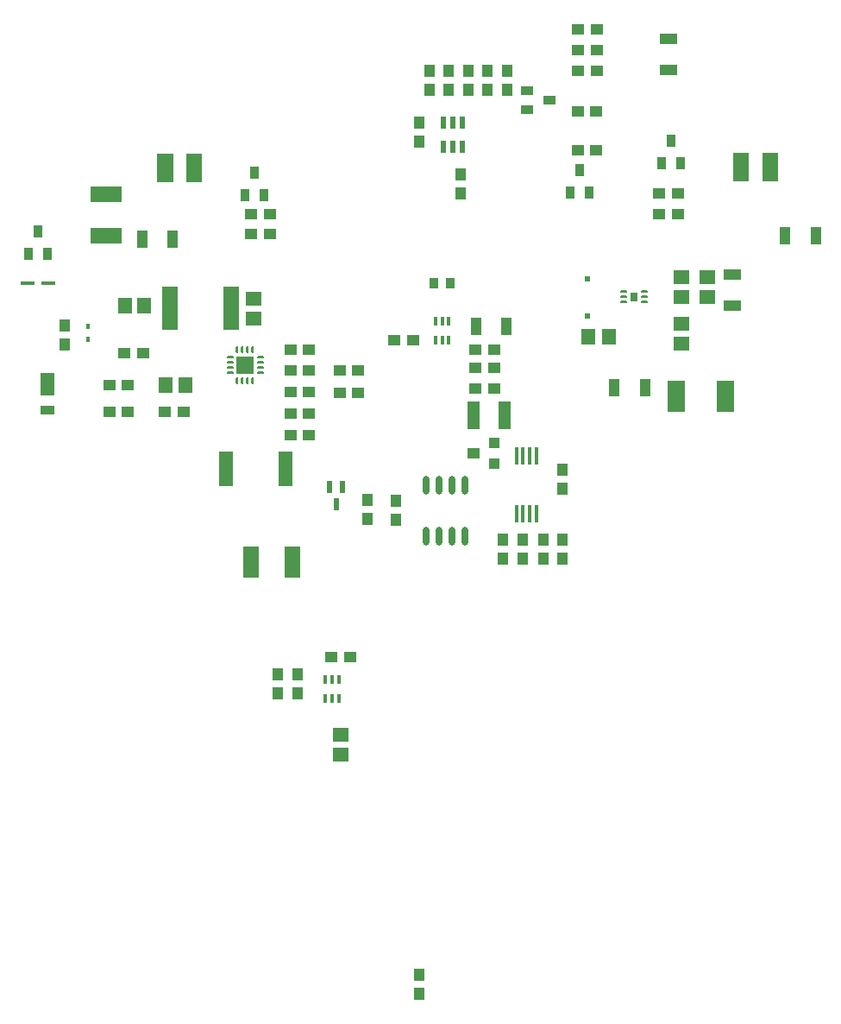
<source format=gtp>
%FSLAX23Y23*%
%MOIN*%
G70*
G01*
G75*
G04 Layer_Color=8421504*
%ADD10C,0.008*%
%ADD11R,0.043X0.045*%
%ADD12R,0.045X0.043*%
%ADD13R,0.020X0.020*%
%ADD14R,0.060X0.124*%
%ADD15R,0.055X0.138*%
%ADD16R,0.069X0.043*%
%ADD17R,0.020X0.049*%
%ADD18R,0.059X0.057*%
%ADD19R,0.014X0.035*%
%ADD20R,0.051X0.108*%
%ADD21R,0.040X0.040*%
%ADD22R,0.050X0.040*%
%ADD23O,0.024X0.073*%
%ADD24R,0.124X0.060*%
%ADD25R,0.057X0.016*%
%ADD26R,0.066X0.124*%
%ADD27R,0.071X0.071*%
%ADD28O,0.010X0.031*%
%ADD29O,0.031X0.010*%
%ADD30R,0.028X0.035*%
%ADD31O,0.028X0.010*%
%ADD32R,0.024X0.024*%
%ADD33R,0.059X0.169*%
%ADD34R,0.043X0.069*%
%ADD35R,0.055X0.035*%
%ADD36R,0.055X0.087*%
%ADD37R,0.016X0.024*%
%ADD38R,0.033X0.051*%
%ADD39R,0.057X0.059*%
G04:AMPARAMS|DCode=40|XSize=65mil|YSize=220mil|CornerRadius=16mil|HoleSize=0mil|Usage=FLASHONLY|Rotation=180.000|XOffset=0mil|YOffset=0mil|HoleType=Round|Shape=RoundedRectangle|*
%AMROUNDEDRECTD40*
21,1,0.065,0.188,0,0,180.0*
21,1,0.033,0.220,0,0,180.0*
1,1,0.033,-0.016,0.094*
1,1,0.033,0.016,0.094*
1,1,0.033,0.016,-0.094*
1,1,0.033,-0.016,-0.094*
%
%ADD40ROUNDEDRECTD40*%
G04:AMPARAMS|DCode=41|XSize=65mil|YSize=200mil|CornerRadius=16mil|HoleSize=0mil|Usage=FLASHONLY|Rotation=180.000|XOffset=0mil|YOffset=0mil|HoleType=Round|Shape=RoundedRectangle|*
%AMROUNDEDRECTD41*
21,1,0.065,0.168,0,0,180.0*
21,1,0.033,0.200,0,0,180.0*
1,1,0.033,-0.016,0.084*
1,1,0.033,0.016,0.084*
1,1,0.033,0.016,-0.084*
1,1,0.033,-0.016,-0.084*
%
%ADD41ROUNDEDRECTD41*%
%ADD42R,0.014X0.067*%
%ADD43R,0.051X0.033*%
%ADD44R,0.037X0.039*%
%ADD45R,0.024X0.045*%
%ADD46C,0.012*%
%ADD47C,0.010*%
%ADD48C,0.025*%
%ADD49C,0.015*%
%ADD50C,0.020*%
%ADD51C,0.050*%
%ADD52C,0.030*%
%ADD53C,0.040*%
%ADD54R,0.050X0.050*%
%ADD55C,0.050*%
%ADD56O,0.075X0.150*%
%ADD57R,0.059X0.059*%
%ADD58C,0.059*%
%ADD59C,0.090*%
%ADD60C,0.060*%
%ADD61R,0.060X0.060*%
%ADD62C,0.052*%
G04:AMPARAMS|DCode=63|XSize=354mil|YSize=79mil|CornerRadius=20mil|HoleSize=0mil|Usage=FLASHONLY|Rotation=270.000|XOffset=0mil|YOffset=0mil|HoleType=Round|Shape=RoundedRectangle|*
%AMROUNDEDRECTD63*
21,1,0.354,0.039,0,0,270.0*
21,1,0.315,0.079,0,0,270.0*
1,1,0.039,-0.020,-0.157*
1,1,0.039,-0.020,0.157*
1,1,0.039,0.020,0.157*
1,1,0.039,0.020,-0.157*
%
%ADD63ROUNDEDRECTD63*%
G04:AMPARAMS|DCode=64|XSize=394mil|YSize=79mil|CornerRadius=20mil|HoleSize=0mil|Usage=FLASHONLY|Rotation=270.000|XOffset=0mil|YOffset=0mil|HoleType=Round|Shape=RoundedRectangle|*
%AMROUNDEDRECTD64*
21,1,0.394,0.039,0,0,270.0*
21,1,0.354,0.079,0,0,270.0*
1,1,0.039,-0.020,-0.177*
1,1,0.039,-0.020,0.177*
1,1,0.039,0.020,0.177*
1,1,0.039,0.020,-0.177*
%
%ADD64ROUNDEDRECTD64*%
%ADD65O,0.276X0.079*%
%ADD66C,0.125*%
%ADD67O,0.173X0.059*%
%ADD68O,0.070X0.125*%
%ADD69R,0.079X0.335*%
%ADD70C,0.157*%
%ADD71C,0.030*%
%ADD72C,0.028*%
%ADD73C,0.040*%
%ADD74C,0.024*%
%ADD75C,0.080*%
%ADD76C,0.100*%
%ADD77C,0.060*%
G04:AMPARAMS|DCode=78|XSize=90mil|YSize=90mil|CornerRadius=0mil|HoleSize=0mil|Usage=FLASHONLY|Rotation=0.000|XOffset=0mil|YOffset=0mil|HoleType=Round|Shape=Relief|Width=20mil|Gap=10mil|Entries=4|*
%AMTHD78*
7,0,0,0.090,0.070,0.020,45*
%
%ADD78THD78*%
%ADD79C,0.070*%
%ADD80O,0.115X0.190*%
G04:AMPARAMS|DCode=81|XSize=95.433mil|YSize=95.433mil|CornerRadius=0mil|HoleSize=0mil|Usage=FLASHONLY|Rotation=0.000|XOffset=0mil|YOffset=0mil|HoleType=Round|Shape=Relief|Width=20mil|Gap=10mil|Entries=4|*
%AMTHD81*
7,0,0,0.095,0.075,0.020,45*
%
%ADD81THD81*%
%ADD82C,0.075*%
G04:AMPARAMS|DCode=83|XSize=117mil|YSize=117mil|CornerRadius=0mil|HoleSize=0mil|Usage=FLASHONLY|Rotation=0.000|XOffset=0mil|YOffset=0mil|HoleType=Round|Shape=Relief|Width=20mil|Gap=10mil|Entries=4|*
%AMTHD83*
7,0,0,0.117,0.097,0.020,45*
%
%ADD83THD83*%
%ADD84C,0.097*%
G04:AMPARAMS|DCode=85|XSize=102.126mil|YSize=102.126mil|CornerRadius=0mil|HoleSize=0mil|Usage=FLASHONLY|Rotation=0.000|XOffset=0mil|YOffset=0mil|HoleType=Round|Shape=Relief|Width=20mil|Gap=10mil|Entries=4|*
%AMTHD85*
7,0,0,0.102,0.082,0.020,45*
%
%ADD85THD85*%
%ADD86C,0.082*%
%ADD87C,0.092*%
%AMTHOVALD88*
21,1,0.267,0.088,0,0,270.0*
1,1,0.088,0.000,0.134*
1,1,0.088,0.000,-0.134*
21,0,0.267,0.068,0,0,270.0*
1,0,0.068,0.000,0.134*
1,0,0.068,0.000,-0.134*
4,0,4,-0.007,0.127,-0.038,0.158,-0.024,0.172,0.007,0.141,-0.007,0.127,0.0*
4,0,4,-0.007,-0.141,0.024,-0.172,0.038,-0.158,0.007,-0.127,-0.007,-0.141,0.0*
4,0,4,-0.007,0.141,0.024,0.172,0.038,0.158,0.007,0.127,-0.007,0.141,0.0*
4,0,4,-0.007,-0.127,-0.038,-0.158,-0.024,-0.172,0.007,-0.141,-0.007,-0.127,0.0*
%
%ADD88THOVALD88*%

%ADD89O,0.068X0.335*%
%ADD90O,0.316X0.119*%
G04:AMPARAMS|DCode=91|XSize=88mil|YSize=88mil|CornerRadius=0mil|HoleSize=0mil|Usage=FLASHONLY|Rotation=0.000|XOffset=0mil|YOffset=0mil|HoleType=Round|Shape=Relief|Width=20mil|Gap=10mil|Entries=4|*
%AMTHD91*
7,0,0,0.088,0.068,0.020,45*
%
%ADD91THD91*%
%ADD92C,0.112*%
%ADD93O,0.215X0.110*%
%ADD94O,0.068X0.112*%
%ADD95O,0.068X0.365*%
G04:AMPARAMS|DCode=96|XSize=132mil|YSize=132mil|CornerRadius=0mil|HoleSize=0mil|Usage=FLASHONLY|Rotation=0.000|XOffset=0mil|YOffset=0mil|HoleType=Round|Shape=Relief|Width=20mil|Gap=10mil|Entries=4|*
%AMTHD96*
7,0,0,0.132,0.112,0.020,45*
%
%ADD96THD96*%
%AMTHOVALD97*
21,1,0.044,0.088,0,0,270.0*
1,1,0.088,0.000,0.022*
1,1,0.088,0.000,-0.022*
21,0,0.044,0.068,0,0,270.0*
1,0,0.068,0.000,0.022*
1,0,0.068,0.000,-0.022*
4,0,4,-0.007,0.015,-0.038,0.046,-0.024,0.060,0.007,0.029,-0.007,0.015,0.0*
4,0,4,-0.007,-0.029,0.024,-0.060,0.038,-0.046,0.007,-0.015,-0.007,-0.029,0.0*
4,0,4,-0.007,0.029,0.024,0.060,0.038,0.046,0.007,0.015,-0.007,0.029,0.0*
4,0,4,-0.007,-0.015,-0.038,-0.046,-0.024,-0.060,0.007,-0.029,-0.007,-0.015,0.0*
%
%ADD97THOVALD97*%

%AMTHOVALD98*
21,1,0.297,0.088,0,0,270.0*
1,1,0.088,0.000,0.148*
1,1,0.088,0.000,-0.148*
21,0,0.297,0.068,0,0,270.0*
1,0,0.068,0.000,0.148*
1,0,0.068,0.000,-0.148*
4,0,4,-0.007,0.141,-0.038,0.172,-0.024,0.187,0.007,0.155,-0.007,0.141,0.0*
4,0,4,-0.007,-0.155,0.024,-0.187,0.038,-0.172,0.007,-0.141,-0.007,-0.155,0.0*
4,0,4,-0.007,0.155,0.024,0.187,0.038,0.172,0.007,0.141,-0.007,0.155,0.0*
4,0,4,-0.007,-0.141,-0.038,-0.172,-0.024,-0.187,0.007,-0.155,-0.007,-0.141,0.0*
%
%ADD98THOVALD98*%

G04:AMPARAMS|DCode=99|XSize=210mil|YSize=210mil|CornerRadius=0mil|HoleSize=0mil|Usage=FLASHONLY|Rotation=0.000|XOffset=0mil|YOffset=0mil|HoleType=Round|Shape=Relief|Width=20mil|Gap=10mil|Entries=4|*
%AMTHD99*
7,0,0,0.210,0.190,0.020,45*
%
%ADD99THD99*%
%ADD100C,0.052*%
G04:AMPARAMS|DCode=101|XSize=72mil|YSize=72mil|CornerRadius=0mil|HoleSize=0mil|Usage=FLASHONLY|Rotation=0.000|XOffset=0mil|YOffset=0mil|HoleType=Round|Shape=Relief|Width=20mil|Gap=10mil|Entries=4|*
%AMTHD101*
7,0,0,0.072,0.052,0.020,45*
%
%ADD101THD101*%
%ADD102C,0.051*%
G04:AMPARAMS|DCode=103|XSize=71mil|YSize=71mil|CornerRadius=0mil|HoleSize=0mil|Usage=FLASHONLY|Rotation=0.000|XOffset=0mil|YOffset=0mil|HoleType=Round|Shape=Relief|Width=20mil|Gap=10mil|Entries=4|*
%AMTHD103*
7,0,0,0.071,0.051,0.020,45*
%
%ADD103THD103*%
%ADD104C,0.068*%
G04:AMPARAMS|DCode=105|XSize=80mil|YSize=80mil|CornerRadius=0mil|HoleSize=0mil|Usage=FLASHONLY|Rotation=0.000|XOffset=0mil|YOffset=0mil|HoleType=Round|Shape=Relief|Width=20mil|Gap=10mil|Entries=4|*
%AMTHD105*
7,0,0,0.080,0.060,0.020,45*
%
%ADD105THD105*%
G04:AMPARAMS|DCode=106|XSize=84mil|YSize=84mil|CornerRadius=0mil|HoleSize=0mil|Usage=FLASHONLY|Rotation=0.000|XOffset=0mil|YOffset=0mil|HoleType=Round|Shape=Relief|Width=20mil|Gap=10mil|Entries=4|*
%AMTHD106*
7,0,0,0.084,0.064,0.020,45*
%
%ADD106THD106*%
%AMTHOVALD107*
21,1,0.044,0.088,0,0,450.0*
1,1,0.088,0.000,-0.022*
1,1,0.088,0.000,0.022*
21,0,0.044,0.068,0,0,450.0*
1,0,0.068,0.000,-0.022*
1,0,0.068,0.000,0.022*
4,0,4,0.007,-0.015,0.038,-0.046,0.024,-0.060,-0.007,-0.029,0.007,-0.015,0.0*
4,0,4,0.007,0.029,-0.024,0.060,-0.038,0.046,-0.007,0.015,0.007,0.029,0.0*
4,0,4,0.007,-0.029,-0.024,-0.060,-0.038,-0.046,-0.007,-0.015,0.007,-0.029,0.0*
4,0,4,0.007,0.015,0.038,0.046,0.024,0.060,-0.007,0.029,0.007,0.015,0.0*
%
%ADD107THOVALD107*%

%ADD108C,0.190*%
%ADD109C,0.064*%
%ADD110R,0.092X0.051*%
%ADD111R,0.024X0.016*%
%ADD112R,0.035X0.014*%
%ADD113C,0.010*%
%ADD114C,0.024*%
%ADD115C,0.005*%
%ADD116C,0.004*%
%ADD117C,0.007*%
%ADD118C,0.008*%
%ADD119C,0.004*%
%ADD120C,0.001*%
%ADD121C,0.002*%
G36*
X922Y3807D02*
X861D01*
Y3917D01*
X922D01*
Y3807D01*
D02*
G37*
G36*
X810D02*
X749D01*
X749Y3852D01*
Y3871D01*
X749Y3917D01*
X810D01*
Y3807D01*
D02*
G37*
G36*
X3148Y3875D02*
Y3855D01*
X3148Y3810D01*
X3087D01*
Y3920D01*
X3148D01*
X3148Y3875D01*
D02*
G37*
G36*
X3036Y3810D02*
X2975D01*
Y3920D01*
X3036D01*
Y3810D01*
D02*
G37*
D11*
X2314Y2697D02*
D03*
Y2624D02*
D03*
X2315Y2354D02*
D03*
Y2426D02*
D03*
X2240Y2354D02*
D03*
Y2426D02*
D03*
X2162Y2426D02*
D03*
Y2354D02*
D03*
X2084Y2426D02*
D03*
Y2354D02*
D03*
X1560Y2507D02*
D03*
Y2580D02*
D03*
X1670Y2504D02*
D03*
Y2576D02*
D03*
X1760Y746D02*
D03*
Y674D02*
D03*
X391Y3180D02*
D03*
Y3253D02*
D03*
X1290Y1906D02*
D03*
Y1834D02*
D03*
X1215Y1834D02*
D03*
Y1906D02*
D03*
X1920Y3764D02*
D03*
Y3836D02*
D03*
X2100Y4164D02*
D03*
Y4236D02*
D03*
X1760Y3964D02*
D03*
Y4036D02*
D03*
X1876Y4164D02*
D03*
Y4236D02*
D03*
X2026Y4236D02*
D03*
Y4164D02*
D03*
X1800Y4236D02*
D03*
Y4164D02*
D03*
X1950Y4236D02*
D03*
Y4164D02*
D03*
D12*
X1737Y3198D02*
D03*
X1664D02*
D03*
X1977Y3009D02*
D03*
X2050D02*
D03*
X1494Y1975D02*
D03*
X1421D02*
D03*
X1336Y2915D02*
D03*
X1264D02*
D03*
X1112Y3606D02*
D03*
X1185D02*
D03*
X1112Y3685D02*
D03*
X1185D02*
D03*
X621Y3147D02*
D03*
X694D02*
D03*
X636Y3025D02*
D03*
X564D02*
D03*
X1454Y2995D02*
D03*
X1526D02*
D03*
X1336Y3080D02*
D03*
X1264D02*
D03*
X1454D02*
D03*
X1526D02*
D03*
X1336Y2832D02*
D03*
X1264D02*
D03*
X564Y2921D02*
D03*
X636D02*
D03*
X779Y2922D02*
D03*
X851D02*
D03*
X1264Y2997D02*
D03*
X1336D02*
D03*
X2050Y3090D02*
D03*
X1977D02*
D03*
Y3159D02*
D03*
X2050D02*
D03*
X1264Y3162D02*
D03*
X1336D02*
D03*
X2689Y3764D02*
D03*
X2761D02*
D03*
X2689Y3684D02*
D03*
X2761D02*
D03*
X2446Y3932D02*
D03*
X2374D02*
D03*
X2375Y4317D02*
D03*
X2448D02*
D03*
X2375Y4238D02*
D03*
X2448D02*
D03*
X2446Y4080D02*
D03*
X2374D02*
D03*
X2375Y4396D02*
D03*
X2448D02*
D03*
D13*
X911Y3862D02*
D03*
X760D02*
D03*
X3137Y3865D02*
D03*
X2986D02*
D03*
D14*
X1110Y2340D02*
D03*
X1270D02*
D03*
D15*
X1244Y2700D02*
D03*
X1016D02*
D03*
D16*
X2725Y4359D02*
D03*
Y4241D02*
D03*
X2970Y3449D02*
D03*
Y3331D02*
D03*
D17*
X1440Y2563D02*
D03*
X1415Y2632D02*
D03*
X1466D02*
D03*
D18*
X1458Y1598D02*
D03*
Y1675D02*
D03*
X2775Y3260D02*
D03*
Y3183D02*
D03*
X2875Y3440D02*
D03*
Y3363D02*
D03*
X1120Y3281D02*
D03*
Y3358D02*
D03*
X2775Y3440D02*
D03*
Y3363D02*
D03*
D19*
X1399Y1887D02*
D03*
X1425D02*
D03*
X1451D02*
D03*
Y1813D02*
D03*
X1425D02*
D03*
X1399D02*
D03*
X1824Y3198D02*
D03*
X1850D02*
D03*
X1876D02*
D03*
Y3272D02*
D03*
X1850D02*
D03*
X1824D02*
D03*
D20*
X2090Y2906D02*
D03*
X1972D02*
D03*
D21*
X2050Y2720D02*
D03*
Y2800D02*
D03*
D22*
X1970Y2760D02*
D03*
D23*
X1788Y2442D02*
D03*
X1838D02*
D03*
X1888D02*
D03*
X1938D02*
D03*
X1788Y2638D02*
D03*
X1838D02*
D03*
X1888D02*
D03*
X1938D02*
D03*
D24*
X551Y3600D02*
D03*
Y3760D02*
D03*
D25*
X247Y3418D02*
D03*
X327D02*
D03*
D26*
X2944Y2982D02*
D03*
X2756D02*
D03*
D27*
X1089Y3100D02*
D03*
D28*
X1059Y3159D02*
D03*
X1079D02*
D03*
X1099D02*
D03*
X1118D02*
D03*
Y3040D02*
D03*
X1099D02*
D03*
X1079D02*
D03*
X1059D02*
D03*
D29*
X1148Y3129D02*
D03*
Y3109D02*
D03*
Y3090D02*
D03*
Y3070D02*
D03*
X1030D02*
D03*
Y3090D02*
D03*
Y3109D02*
D03*
Y3129D02*
D03*
D30*
X2591Y3363D02*
D03*
D31*
X2631Y3383D02*
D03*
Y3363D02*
D03*
Y3343D02*
D03*
X2552D02*
D03*
Y3363D02*
D03*
Y3383D02*
D03*
D32*
X2411Y3289D02*
D03*
X2411Y3435D02*
D03*
D33*
X798Y3320D02*
D03*
X1035D02*
D03*
D34*
X3293Y3600D02*
D03*
X3175D02*
D03*
X2634Y3015D02*
D03*
X2516D02*
D03*
X691Y3587D02*
D03*
X809D02*
D03*
X2098Y3250D02*
D03*
X1980D02*
D03*
D35*
X326Y2928D02*
D03*
D36*
Y3028D02*
D03*
D37*
X481Y3251D02*
D03*
Y3202D02*
D03*
D38*
X288Y3617D02*
D03*
X326Y3530D02*
D03*
X251Y3530D02*
D03*
X1088Y3757D02*
D03*
X1162Y3757D02*
D03*
X1125Y3843D02*
D03*
X2698Y3882D02*
D03*
X2772Y3882D02*
D03*
X2735Y3968D02*
D03*
X2344Y3767D02*
D03*
X2419Y3767D02*
D03*
X2382Y3853D02*
D03*
D39*
X623Y3330D02*
D03*
X699D02*
D03*
X2493Y3210D02*
D03*
X2416D02*
D03*
X858Y3025D02*
D03*
X781D02*
D03*
D42*
X2137Y2528D02*
D03*
X2162D02*
D03*
X2188D02*
D03*
X2213D02*
D03*
X2137Y2752D02*
D03*
X2162D02*
D03*
X2188D02*
D03*
X2213D02*
D03*
D43*
X2177Y4162D02*
D03*
X2177Y4088D02*
D03*
X2263Y4125D02*
D03*
D44*
X1882Y3416D02*
D03*
X1818D02*
D03*
D45*
X1854Y3944D02*
D03*
X1891D02*
D03*
X1929D02*
D03*
Y4036D02*
D03*
X1891D02*
D03*
X1854D02*
D03*
M02*

</source>
